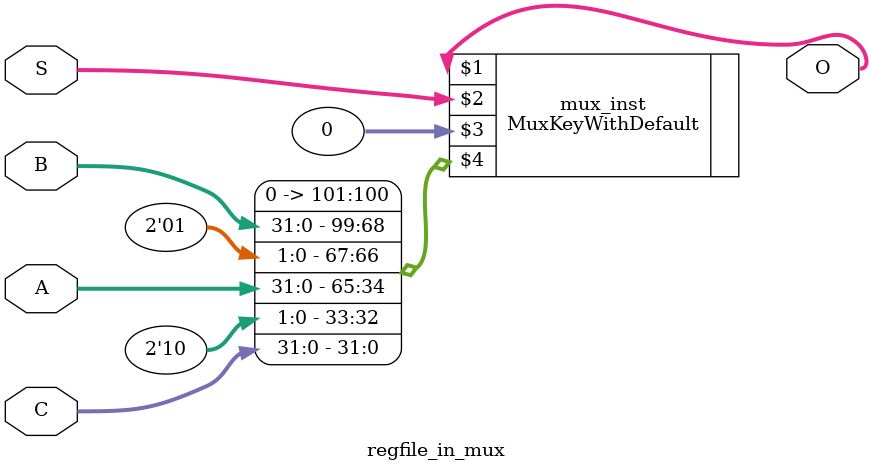
<source format=v>
module regfile_in_mux(
    input  [31:0]A,
    input  [31:0]B,
    input  [31:0]C,
    input  [ 1:0]S,
    output [31:0]O
);

    MuxKeyWithDefault # (3, 2, 32) mux_inst(O, S, 32'b0, {
        2'b00,B,
        2'b01,A,
        2'b10,C
    });

endmodule
</source>
